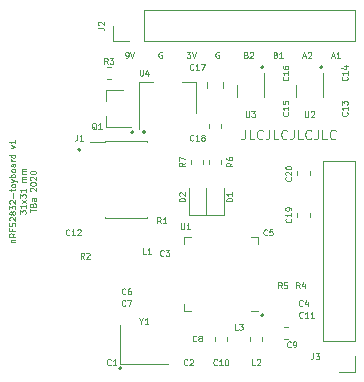
<source format=gbr>
G04 #@! TF.GenerationSoftware,KiCad,Pcbnew,(5.1.5)-3*
G04 #@! TF.CreationDate,2020-11-27T19:53:37+01:00*
G04 #@! TF.ProjectId,nRF52832-toyboard,6e524635-3238-4333-922d-746f79626f61,rev?*
G04 #@! TF.SameCoordinates,Original*
G04 #@! TF.FileFunction,Legend,Top*
G04 #@! TF.FilePolarity,Positive*
%FSLAX46Y46*%
G04 Gerber Fmt 4.6, Leading zero omitted, Abs format (unit mm)*
G04 Created by KiCad (PCBNEW (5.1.5)-3) date 2020-11-27 19:53:37*
%MOMM*%
%LPD*%
G04 APERTURE LIST*
%ADD10C,0.125000*%
%ADD11C,0.200000*%
%ADD12C,0.120000*%
G04 APERTURE END LIST*
D10*
X126267857Y-104309523D02*
X126601190Y-104309523D01*
X126315476Y-104309523D02*
X126291666Y-104285714D01*
X126267857Y-104238095D01*
X126267857Y-104166666D01*
X126291666Y-104119047D01*
X126339285Y-104095238D01*
X126601190Y-104095238D01*
X126601190Y-103571428D02*
X126363095Y-103738095D01*
X126601190Y-103857142D02*
X126101190Y-103857142D01*
X126101190Y-103666666D01*
X126125000Y-103619047D01*
X126148809Y-103595238D01*
X126196428Y-103571428D01*
X126267857Y-103571428D01*
X126315476Y-103595238D01*
X126339285Y-103619047D01*
X126363095Y-103666666D01*
X126363095Y-103857142D01*
X126339285Y-103190476D02*
X126339285Y-103357142D01*
X126601190Y-103357142D02*
X126101190Y-103357142D01*
X126101190Y-103119047D01*
X126101190Y-102690476D02*
X126101190Y-102928571D01*
X126339285Y-102952380D01*
X126315476Y-102928571D01*
X126291666Y-102880952D01*
X126291666Y-102761904D01*
X126315476Y-102714285D01*
X126339285Y-102690476D01*
X126386904Y-102666666D01*
X126505952Y-102666666D01*
X126553571Y-102690476D01*
X126577380Y-102714285D01*
X126601190Y-102761904D01*
X126601190Y-102880952D01*
X126577380Y-102928571D01*
X126553571Y-102952380D01*
X126148809Y-102476190D02*
X126125000Y-102452380D01*
X126101190Y-102404761D01*
X126101190Y-102285714D01*
X126125000Y-102238095D01*
X126148809Y-102214285D01*
X126196428Y-102190476D01*
X126244047Y-102190476D01*
X126315476Y-102214285D01*
X126601190Y-102500000D01*
X126601190Y-102190476D01*
X126315476Y-101904761D02*
X126291666Y-101952380D01*
X126267857Y-101976190D01*
X126220238Y-102000000D01*
X126196428Y-102000000D01*
X126148809Y-101976190D01*
X126125000Y-101952380D01*
X126101190Y-101904761D01*
X126101190Y-101809523D01*
X126125000Y-101761904D01*
X126148809Y-101738095D01*
X126196428Y-101714285D01*
X126220238Y-101714285D01*
X126267857Y-101738095D01*
X126291666Y-101761904D01*
X126315476Y-101809523D01*
X126315476Y-101904761D01*
X126339285Y-101952380D01*
X126363095Y-101976190D01*
X126410714Y-102000000D01*
X126505952Y-102000000D01*
X126553571Y-101976190D01*
X126577380Y-101952380D01*
X126601190Y-101904761D01*
X126601190Y-101809523D01*
X126577380Y-101761904D01*
X126553571Y-101738095D01*
X126505952Y-101714285D01*
X126410714Y-101714285D01*
X126363095Y-101738095D01*
X126339285Y-101761904D01*
X126315476Y-101809523D01*
X126101190Y-101547619D02*
X126101190Y-101238095D01*
X126291666Y-101404761D01*
X126291666Y-101333333D01*
X126315476Y-101285714D01*
X126339285Y-101261904D01*
X126386904Y-101238095D01*
X126505952Y-101238095D01*
X126553571Y-101261904D01*
X126577380Y-101285714D01*
X126601190Y-101333333D01*
X126601190Y-101476190D01*
X126577380Y-101523809D01*
X126553571Y-101547619D01*
X126148809Y-101047619D02*
X126125000Y-101023809D01*
X126101190Y-100976190D01*
X126101190Y-100857142D01*
X126125000Y-100809523D01*
X126148809Y-100785714D01*
X126196428Y-100761904D01*
X126244047Y-100761904D01*
X126315476Y-100785714D01*
X126601190Y-101071428D01*
X126601190Y-100761904D01*
X126410714Y-100547619D02*
X126410714Y-100166666D01*
X126267857Y-100000000D02*
X126267857Y-99809523D01*
X126101190Y-99928571D02*
X126529761Y-99928571D01*
X126577380Y-99904761D01*
X126601190Y-99857142D01*
X126601190Y-99809523D01*
X126601190Y-99571428D02*
X126577380Y-99619047D01*
X126553571Y-99642857D01*
X126505952Y-99666666D01*
X126363095Y-99666666D01*
X126315476Y-99642857D01*
X126291666Y-99619047D01*
X126267857Y-99571428D01*
X126267857Y-99500000D01*
X126291666Y-99452380D01*
X126315476Y-99428571D01*
X126363095Y-99404761D01*
X126505952Y-99404761D01*
X126553571Y-99428571D01*
X126577380Y-99452380D01*
X126601190Y-99500000D01*
X126601190Y-99571428D01*
X126267857Y-99238095D02*
X126601190Y-99119047D01*
X126267857Y-99000000D02*
X126601190Y-99119047D01*
X126720238Y-99166666D01*
X126744047Y-99190476D01*
X126767857Y-99238095D01*
X126601190Y-98809523D02*
X126101190Y-98809523D01*
X126291666Y-98809523D02*
X126267857Y-98761904D01*
X126267857Y-98666666D01*
X126291666Y-98619047D01*
X126315476Y-98595238D01*
X126363095Y-98571428D01*
X126505952Y-98571428D01*
X126553571Y-98595238D01*
X126577380Y-98619047D01*
X126601190Y-98666666D01*
X126601190Y-98761904D01*
X126577380Y-98809523D01*
X126601190Y-98285714D02*
X126577380Y-98333333D01*
X126553571Y-98357142D01*
X126505952Y-98380952D01*
X126363095Y-98380952D01*
X126315476Y-98357142D01*
X126291666Y-98333333D01*
X126267857Y-98285714D01*
X126267857Y-98214285D01*
X126291666Y-98166666D01*
X126315476Y-98142857D01*
X126363095Y-98119047D01*
X126505952Y-98119047D01*
X126553571Y-98142857D01*
X126577380Y-98166666D01*
X126601190Y-98214285D01*
X126601190Y-98285714D01*
X126601190Y-97690476D02*
X126339285Y-97690476D01*
X126291666Y-97714285D01*
X126267857Y-97761904D01*
X126267857Y-97857142D01*
X126291666Y-97904761D01*
X126577380Y-97690476D02*
X126601190Y-97738095D01*
X126601190Y-97857142D01*
X126577380Y-97904761D01*
X126529761Y-97928571D01*
X126482142Y-97928571D01*
X126434523Y-97904761D01*
X126410714Y-97857142D01*
X126410714Y-97738095D01*
X126386904Y-97690476D01*
X126601190Y-97452380D02*
X126267857Y-97452380D01*
X126363095Y-97452380D02*
X126315476Y-97428571D01*
X126291666Y-97404761D01*
X126267857Y-97357142D01*
X126267857Y-97309523D01*
X126601190Y-96928571D02*
X126101190Y-96928571D01*
X126577380Y-96928571D02*
X126601190Y-96976190D01*
X126601190Y-97071428D01*
X126577380Y-97119047D01*
X126553571Y-97142857D01*
X126505952Y-97166666D01*
X126363095Y-97166666D01*
X126315476Y-97142857D01*
X126291666Y-97119047D01*
X126267857Y-97071428D01*
X126267857Y-96976190D01*
X126291666Y-96928571D01*
X126267857Y-96357142D02*
X126601190Y-96238095D01*
X126267857Y-96119047D01*
X126601190Y-95666666D02*
X126601190Y-95952380D01*
X126601190Y-95809523D02*
X126101190Y-95809523D01*
X126172619Y-95857142D01*
X126220238Y-95904761D01*
X126244047Y-95952380D01*
X126976190Y-101940476D02*
X126976190Y-101630952D01*
X127166666Y-101797619D01*
X127166666Y-101726190D01*
X127190476Y-101678571D01*
X127214285Y-101654761D01*
X127261904Y-101630952D01*
X127380952Y-101630952D01*
X127428571Y-101654761D01*
X127452380Y-101678571D01*
X127476190Y-101726190D01*
X127476190Y-101869047D01*
X127452380Y-101916666D01*
X127428571Y-101940476D01*
X127476190Y-101154761D02*
X127476190Y-101440476D01*
X127476190Y-101297619D02*
X126976190Y-101297619D01*
X127047619Y-101345238D01*
X127095238Y-101392857D01*
X127119047Y-101440476D01*
X127476190Y-100988095D02*
X127142857Y-100726190D01*
X127142857Y-100988095D02*
X127476190Y-100726190D01*
X126976190Y-100583333D02*
X126976190Y-100273809D01*
X127166666Y-100440476D01*
X127166666Y-100369047D01*
X127190476Y-100321428D01*
X127214285Y-100297619D01*
X127261904Y-100273809D01*
X127380952Y-100273809D01*
X127428571Y-100297619D01*
X127452380Y-100321428D01*
X127476190Y-100369047D01*
X127476190Y-100511904D01*
X127452380Y-100559523D01*
X127428571Y-100583333D01*
X127476190Y-99797619D02*
X127476190Y-100083333D01*
X127476190Y-99940476D02*
X126976190Y-99940476D01*
X127047619Y-99988095D01*
X127095238Y-100035714D01*
X127119047Y-100083333D01*
X127476190Y-99202380D02*
X127142857Y-99202380D01*
X127190476Y-99202380D02*
X127166666Y-99178571D01*
X127142857Y-99130952D01*
X127142857Y-99059523D01*
X127166666Y-99011904D01*
X127214285Y-98988095D01*
X127476190Y-98988095D01*
X127214285Y-98988095D02*
X127166666Y-98964285D01*
X127142857Y-98916666D01*
X127142857Y-98845238D01*
X127166666Y-98797619D01*
X127214285Y-98773809D01*
X127476190Y-98773809D01*
X127476190Y-98535714D02*
X127142857Y-98535714D01*
X127190476Y-98535714D02*
X127166666Y-98511904D01*
X127142857Y-98464285D01*
X127142857Y-98392857D01*
X127166666Y-98345238D01*
X127214285Y-98321428D01*
X127476190Y-98321428D01*
X127214285Y-98321428D02*
X127166666Y-98297619D01*
X127142857Y-98250000D01*
X127142857Y-98178571D01*
X127166666Y-98130952D01*
X127214285Y-98107142D01*
X127476190Y-98107142D01*
X127851190Y-101761904D02*
X127851190Y-101476190D01*
X128351190Y-101619047D02*
X127851190Y-101619047D01*
X128089285Y-101142857D02*
X128113095Y-101071428D01*
X128136904Y-101047619D01*
X128184523Y-101023809D01*
X128255952Y-101023809D01*
X128303571Y-101047619D01*
X128327380Y-101071428D01*
X128351190Y-101119047D01*
X128351190Y-101309523D01*
X127851190Y-101309523D01*
X127851190Y-101142857D01*
X127875000Y-101095238D01*
X127898809Y-101071428D01*
X127946428Y-101047619D01*
X127994047Y-101047619D01*
X128041666Y-101071428D01*
X128065476Y-101095238D01*
X128089285Y-101142857D01*
X128089285Y-101309523D01*
X128351190Y-100595238D02*
X128089285Y-100595238D01*
X128041666Y-100619047D01*
X128017857Y-100666666D01*
X128017857Y-100761904D01*
X128041666Y-100809523D01*
X128327380Y-100595238D02*
X128351190Y-100642857D01*
X128351190Y-100761904D01*
X128327380Y-100809523D01*
X128279761Y-100833333D01*
X128232142Y-100833333D01*
X128184523Y-100809523D01*
X128160714Y-100761904D01*
X128160714Y-100642857D01*
X128136904Y-100595238D01*
X127898809Y-100000000D02*
X127875000Y-99976190D01*
X127851190Y-99928571D01*
X127851190Y-99809523D01*
X127875000Y-99761904D01*
X127898809Y-99738095D01*
X127946428Y-99714285D01*
X127994047Y-99714285D01*
X128065476Y-99738095D01*
X128351190Y-100023809D01*
X128351190Y-99714285D01*
X127851190Y-99404761D02*
X127851190Y-99357142D01*
X127875000Y-99309523D01*
X127898809Y-99285714D01*
X127946428Y-99261904D01*
X128041666Y-99238095D01*
X128160714Y-99238095D01*
X128255952Y-99261904D01*
X128303571Y-99285714D01*
X128327380Y-99309523D01*
X128351190Y-99357142D01*
X128351190Y-99404761D01*
X128327380Y-99452380D01*
X128303571Y-99476190D01*
X128255952Y-99500000D01*
X128160714Y-99523809D01*
X128041666Y-99523809D01*
X127946428Y-99500000D01*
X127898809Y-99476190D01*
X127875000Y-99452380D01*
X127851190Y-99404761D01*
X127898809Y-99047619D02*
X127875000Y-99023809D01*
X127851190Y-98976190D01*
X127851190Y-98857142D01*
X127875000Y-98809523D01*
X127898809Y-98785714D01*
X127946428Y-98761904D01*
X127994047Y-98761904D01*
X128065476Y-98785714D01*
X128351190Y-99071428D01*
X128351190Y-98761904D01*
X127851190Y-98452380D02*
X127851190Y-98404761D01*
X127875000Y-98357142D01*
X127898809Y-98333333D01*
X127946428Y-98309523D01*
X128041666Y-98285714D01*
X128160714Y-98285714D01*
X128255952Y-98309523D01*
X128303571Y-98333333D01*
X128327380Y-98357142D01*
X128351190Y-98404761D01*
X128351190Y-98452380D01*
X128327380Y-98500000D01*
X128303571Y-98523809D01*
X128255952Y-98547619D01*
X128160714Y-98571428D01*
X128041666Y-98571428D01*
X127946428Y-98547619D01*
X127898809Y-98523809D01*
X127875000Y-98500000D01*
X127851190Y-98452380D01*
X146054761Y-94811904D02*
X146054761Y-95383333D01*
X146016666Y-95497619D01*
X145940476Y-95573809D01*
X145826190Y-95611904D01*
X145750000Y-95611904D01*
X146816666Y-95611904D02*
X146435714Y-95611904D01*
X146435714Y-94811904D01*
X147540476Y-95535714D02*
X147502380Y-95573809D01*
X147388095Y-95611904D01*
X147311904Y-95611904D01*
X147197619Y-95573809D01*
X147121428Y-95497619D01*
X147083333Y-95421428D01*
X147045238Y-95269047D01*
X147045238Y-95154761D01*
X147083333Y-95002380D01*
X147121428Y-94926190D01*
X147197619Y-94850000D01*
X147311904Y-94811904D01*
X147388095Y-94811904D01*
X147502380Y-94850000D01*
X147540476Y-94888095D01*
X148111904Y-94811904D02*
X148111904Y-95383333D01*
X148073809Y-95497619D01*
X147997619Y-95573809D01*
X147883333Y-95611904D01*
X147807142Y-95611904D01*
X148873809Y-95611904D02*
X148492857Y-95611904D01*
X148492857Y-94811904D01*
X149597619Y-95535714D02*
X149559523Y-95573809D01*
X149445238Y-95611904D01*
X149369047Y-95611904D01*
X149254761Y-95573809D01*
X149178571Y-95497619D01*
X149140476Y-95421428D01*
X149102380Y-95269047D01*
X149102380Y-95154761D01*
X149140476Y-95002380D01*
X149178571Y-94926190D01*
X149254761Y-94850000D01*
X149369047Y-94811904D01*
X149445238Y-94811904D01*
X149559523Y-94850000D01*
X149597619Y-94888095D01*
X150169047Y-94811904D02*
X150169047Y-95383333D01*
X150130952Y-95497619D01*
X150054761Y-95573809D01*
X149940476Y-95611904D01*
X149864285Y-95611904D01*
X150930952Y-95611904D02*
X150550000Y-95611904D01*
X150550000Y-94811904D01*
X151654761Y-95535714D02*
X151616666Y-95573809D01*
X151502380Y-95611904D01*
X151426190Y-95611904D01*
X151311904Y-95573809D01*
X151235714Y-95497619D01*
X151197619Y-95421428D01*
X151159523Y-95269047D01*
X151159523Y-95154761D01*
X151197619Y-95002380D01*
X151235714Y-94926190D01*
X151311904Y-94850000D01*
X151426190Y-94811904D01*
X151502380Y-94811904D01*
X151616666Y-94850000D01*
X151654761Y-94888095D01*
X152226190Y-94811904D02*
X152226190Y-95383333D01*
X152188095Y-95497619D01*
X152111904Y-95573809D01*
X151997619Y-95611904D01*
X151921428Y-95611904D01*
X152988095Y-95611904D02*
X152607142Y-95611904D01*
X152607142Y-94811904D01*
X153711904Y-95535714D02*
X153673809Y-95573809D01*
X153559523Y-95611904D01*
X153483333Y-95611904D01*
X153369047Y-95573809D01*
X153292857Y-95497619D01*
X153254761Y-95421428D01*
X153216666Y-95269047D01*
X153216666Y-95154761D01*
X153254761Y-95002380D01*
X153292857Y-94926190D01*
X153369047Y-94850000D01*
X153483333Y-94811904D01*
X153559523Y-94811904D01*
X153673809Y-94850000D01*
X153711904Y-94888095D01*
D11*
X136600000Y-95000000D02*
G75*
G03X136600000Y-95000000I-100000J0D01*
G01*
X132100000Y-96500000D02*
G75*
G03X132100000Y-96500000I-100000J0D01*
G01*
X137600000Y-95000000D02*
G75*
G03X137600000Y-95000000I-100000J0D01*
G01*
X152600000Y-89500000D02*
G75*
G03X152600000Y-89500000I-100000J0D01*
G01*
X147600000Y-89500000D02*
G75*
G03X147600000Y-89500000I-100000J0D01*
G01*
X135600000Y-115000000D02*
G75*
G03X135600000Y-115000000I-100000J0D01*
G01*
X147600000Y-110500000D02*
G75*
G03X147600000Y-110500000I-100000J0D01*
G01*
D10*
X135952380Y-88726190D02*
X136047619Y-88726190D01*
X136095238Y-88702380D01*
X136119047Y-88678571D01*
X136166666Y-88607142D01*
X136190476Y-88511904D01*
X136190476Y-88321428D01*
X136166666Y-88273809D01*
X136142857Y-88250000D01*
X136095238Y-88226190D01*
X136000000Y-88226190D01*
X135952380Y-88250000D01*
X135928571Y-88273809D01*
X135904761Y-88321428D01*
X135904761Y-88440476D01*
X135928571Y-88488095D01*
X135952380Y-88511904D01*
X136000000Y-88535714D01*
X136095238Y-88535714D01*
X136142857Y-88511904D01*
X136166666Y-88488095D01*
X136190476Y-88440476D01*
X136333333Y-88226190D02*
X136500000Y-88726190D01*
X136666666Y-88226190D01*
X139000000Y-88250000D02*
X138952380Y-88226190D01*
X138880952Y-88226190D01*
X138809523Y-88250000D01*
X138761904Y-88297619D01*
X138738095Y-88345238D01*
X138714285Y-88440476D01*
X138714285Y-88511904D01*
X138738095Y-88607142D01*
X138761904Y-88654761D01*
X138809523Y-88702380D01*
X138880952Y-88726190D01*
X138928571Y-88726190D01*
X139000000Y-88702380D01*
X139023809Y-88678571D01*
X139023809Y-88511904D01*
X138928571Y-88511904D01*
X141095238Y-88226190D02*
X141404761Y-88226190D01*
X141238095Y-88416666D01*
X141309523Y-88416666D01*
X141357142Y-88440476D01*
X141380952Y-88464285D01*
X141404761Y-88511904D01*
X141404761Y-88630952D01*
X141380952Y-88678571D01*
X141357142Y-88702380D01*
X141309523Y-88726190D01*
X141166666Y-88726190D01*
X141119047Y-88702380D01*
X141095238Y-88678571D01*
X141547619Y-88226190D02*
X141714285Y-88726190D01*
X141880952Y-88226190D01*
X143833333Y-88250000D02*
X143785714Y-88226190D01*
X143714285Y-88226190D01*
X143642857Y-88250000D01*
X143595238Y-88297619D01*
X143571428Y-88345238D01*
X143547619Y-88440476D01*
X143547619Y-88511904D01*
X143571428Y-88607142D01*
X143595238Y-88654761D01*
X143642857Y-88702380D01*
X143714285Y-88726190D01*
X143761904Y-88726190D01*
X143833333Y-88702380D01*
X143857142Y-88678571D01*
X143857142Y-88511904D01*
X143761904Y-88511904D01*
X146142857Y-88464285D02*
X146214285Y-88488095D01*
X146238095Y-88511904D01*
X146261904Y-88559523D01*
X146261904Y-88630952D01*
X146238095Y-88678571D01*
X146214285Y-88702380D01*
X146166666Y-88726190D01*
X145976190Y-88726190D01*
X145976190Y-88226190D01*
X146142857Y-88226190D01*
X146190476Y-88250000D01*
X146214285Y-88273809D01*
X146238095Y-88321428D01*
X146238095Y-88369047D01*
X146214285Y-88416666D01*
X146190476Y-88440476D01*
X146142857Y-88464285D01*
X145976190Y-88464285D01*
X146452380Y-88273809D02*
X146476190Y-88250000D01*
X146523809Y-88226190D01*
X146642857Y-88226190D01*
X146690476Y-88250000D01*
X146714285Y-88273809D01*
X146738095Y-88321428D01*
X146738095Y-88369047D01*
X146714285Y-88440476D01*
X146428571Y-88726190D01*
X146738095Y-88726190D01*
X148642857Y-88464285D02*
X148714285Y-88488095D01*
X148738095Y-88511904D01*
X148761904Y-88559523D01*
X148761904Y-88630952D01*
X148738095Y-88678571D01*
X148714285Y-88702380D01*
X148666666Y-88726190D01*
X148476190Y-88726190D01*
X148476190Y-88226190D01*
X148642857Y-88226190D01*
X148690476Y-88250000D01*
X148714285Y-88273809D01*
X148738095Y-88321428D01*
X148738095Y-88369047D01*
X148714285Y-88416666D01*
X148690476Y-88440476D01*
X148642857Y-88464285D01*
X148476190Y-88464285D01*
X149238095Y-88726190D02*
X148952380Y-88726190D01*
X149095238Y-88726190D02*
X149095238Y-88226190D01*
X149047619Y-88297619D01*
X149000000Y-88345238D01*
X148952380Y-88369047D01*
X150952380Y-88583333D02*
X151190476Y-88583333D01*
X150904761Y-88726190D02*
X151071428Y-88226190D01*
X151238095Y-88726190D01*
X151380952Y-88273809D02*
X151404761Y-88250000D01*
X151452380Y-88226190D01*
X151571428Y-88226190D01*
X151619047Y-88250000D01*
X151642857Y-88273809D01*
X151666666Y-88321428D01*
X151666666Y-88369047D01*
X151642857Y-88440476D01*
X151357142Y-88726190D01*
X151666666Y-88726190D01*
X153380952Y-88583333D02*
X153619047Y-88583333D01*
X153333333Y-88726190D02*
X153500000Y-88226190D01*
X153666666Y-88726190D01*
X154095238Y-88726190D02*
X153809523Y-88726190D01*
X153952380Y-88726190D02*
X153952380Y-88226190D01*
X153904761Y-88297619D01*
X153857142Y-88345238D01*
X153809523Y-88369047D01*
D12*
X142990000Y-97337221D02*
X142990000Y-97662779D01*
X144010000Y-97337221D02*
X144010000Y-97662779D01*
X141490000Y-97337221D02*
X141490000Y-97662779D01*
X142510000Y-97337221D02*
X142510000Y-97662779D01*
X142735000Y-101985000D02*
X142735000Y-99700000D01*
X141265000Y-101985000D02*
X142735000Y-101985000D01*
X141265000Y-99700000D02*
X141265000Y-101985000D01*
X144235000Y-101985000D02*
X144235000Y-99700000D01*
X142765000Y-101985000D02*
X144235000Y-101985000D01*
X142765000Y-99700000D02*
X142765000Y-101985000D01*
X151510000Y-98662779D02*
X151510000Y-98337221D01*
X150490000Y-98662779D02*
X150490000Y-98337221D01*
X151510000Y-102162779D02*
X151510000Y-101837221D01*
X150490000Y-102162779D02*
X150490000Y-101837221D01*
X155330000Y-115330000D02*
X154000000Y-115330000D01*
X155330000Y-114000000D02*
X155330000Y-115330000D01*
X155330000Y-112730000D02*
X152670000Y-112730000D01*
X152670000Y-112730000D02*
X152670000Y-97430000D01*
X155330000Y-112730000D02*
X155330000Y-97430000D01*
X155330000Y-97430000D02*
X152670000Y-97430000D01*
X134662779Y-89490000D02*
X134337221Y-89490000D01*
X134662779Y-90510000D02*
X134337221Y-90510000D01*
X134240000Y-91420000D02*
X135700000Y-91420000D01*
X134240000Y-94580000D02*
X136400000Y-94580000D01*
X134240000Y-94580000D02*
X134240000Y-93650000D01*
X134240000Y-91420000D02*
X134240000Y-92350000D01*
X134890000Y-87330000D02*
X134890000Y-86000000D01*
X136220000Y-87330000D02*
X134890000Y-87330000D01*
X137490000Y-87330000D02*
X137490000Y-84670000D01*
X137490000Y-84670000D02*
X155330000Y-84670000D01*
X137490000Y-87330000D02*
X155330000Y-87330000D01*
X155330000Y-87330000D02*
X155330000Y-84670000D01*
X144010000Y-94662779D02*
X144010000Y-94337221D01*
X142990000Y-94662779D02*
X142990000Y-94337221D01*
X142790000Y-90741422D02*
X142790000Y-91258578D01*
X144210000Y-90741422D02*
X144210000Y-91258578D01*
X137100000Y-90720000D02*
X138300000Y-90720000D01*
X137100000Y-94720000D02*
X137100000Y-90720000D01*
X141900000Y-90720000D02*
X141900000Y-93420000D01*
X140700000Y-90720000D02*
X141900000Y-90720000D01*
X147620000Y-90000000D02*
X147620000Y-92000000D01*
X145380000Y-92000000D02*
X145380000Y-91000000D01*
X152620000Y-90000000D02*
X152620000Y-92000000D01*
X150380000Y-92000000D02*
X150380000Y-91000000D01*
X135500000Y-114650000D02*
X139500000Y-114650000D01*
X135500000Y-111350000D02*
X135500000Y-114650000D01*
X149337221Y-111490000D02*
X149662779Y-111490000D01*
X149337221Y-112510000D02*
X149662779Y-112510000D01*
X143490000Y-112662779D02*
X143490000Y-112337221D01*
X144510000Y-112662779D02*
X144510000Y-112337221D01*
X134235000Y-95765000D02*
X137765000Y-95765000D01*
X134235000Y-102235000D02*
X137765000Y-102235000D01*
X132910000Y-95830000D02*
X134235000Y-95830000D01*
X134235000Y-95765000D02*
X134235000Y-95830000D01*
X137765000Y-95765000D02*
X137765000Y-95830000D01*
X134235000Y-102170000D02*
X134235000Y-102235000D01*
X137765000Y-102170000D02*
X137765000Y-102235000D01*
X146490000Y-112337221D02*
X146490000Y-112662779D01*
X147510000Y-112337221D02*
X147510000Y-112662779D01*
X141440000Y-110110000D02*
X140890000Y-110110000D01*
X140890000Y-110110000D02*
X140890000Y-109560000D01*
X146560000Y-103890000D02*
X147110000Y-103890000D01*
X147110000Y-103890000D02*
X147110000Y-104440000D01*
X141440000Y-103890000D02*
X140890000Y-103890000D01*
X140890000Y-103890000D02*
X140890000Y-104440000D01*
X146560000Y-110110000D02*
X147110000Y-110110000D01*
D10*
X144976190Y-97583333D02*
X144738095Y-97750000D01*
X144976190Y-97869047D02*
X144476190Y-97869047D01*
X144476190Y-97678571D01*
X144500000Y-97630952D01*
X144523809Y-97607142D01*
X144571428Y-97583333D01*
X144642857Y-97583333D01*
X144690476Y-97607142D01*
X144714285Y-97630952D01*
X144738095Y-97678571D01*
X144738095Y-97869047D01*
X144476190Y-97154761D02*
X144476190Y-97250000D01*
X144500000Y-97297619D01*
X144523809Y-97321428D01*
X144595238Y-97369047D01*
X144690476Y-97392857D01*
X144880952Y-97392857D01*
X144928571Y-97369047D01*
X144952380Y-97345238D01*
X144976190Y-97297619D01*
X144976190Y-97202380D01*
X144952380Y-97154761D01*
X144928571Y-97130952D01*
X144880952Y-97107142D01*
X144761904Y-97107142D01*
X144714285Y-97130952D01*
X144690476Y-97154761D01*
X144666666Y-97202380D01*
X144666666Y-97297619D01*
X144690476Y-97345238D01*
X144714285Y-97369047D01*
X144761904Y-97392857D01*
X141166666Y-114678571D02*
X141142857Y-114702380D01*
X141071428Y-114726190D01*
X141023809Y-114726190D01*
X140952380Y-114702380D01*
X140904761Y-114654761D01*
X140880952Y-114607142D01*
X140857142Y-114511904D01*
X140857142Y-114440476D01*
X140880952Y-114345238D01*
X140904761Y-114297619D01*
X140952380Y-114250000D01*
X141023809Y-114226190D01*
X141071428Y-114226190D01*
X141142857Y-114250000D01*
X141166666Y-114273809D01*
X141357142Y-114273809D02*
X141380952Y-114250000D01*
X141428571Y-114226190D01*
X141547619Y-114226190D01*
X141595238Y-114250000D01*
X141619047Y-114273809D01*
X141642857Y-114321428D01*
X141642857Y-114369047D01*
X141619047Y-114440476D01*
X141333333Y-114726190D01*
X141642857Y-114726190D01*
X140976190Y-97583333D02*
X140738095Y-97750000D01*
X140976190Y-97869047D02*
X140476190Y-97869047D01*
X140476190Y-97678571D01*
X140500000Y-97630952D01*
X140523809Y-97607142D01*
X140571428Y-97583333D01*
X140642857Y-97583333D01*
X140690476Y-97607142D01*
X140714285Y-97630952D01*
X140738095Y-97678571D01*
X140738095Y-97869047D01*
X140476190Y-97416666D02*
X140476190Y-97083333D01*
X140976190Y-97297619D01*
X140976190Y-100869047D02*
X140476190Y-100869047D01*
X140476190Y-100750000D01*
X140500000Y-100678571D01*
X140547619Y-100630952D01*
X140595238Y-100607142D01*
X140690476Y-100583333D01*
X140761904Y-100583333D01*
X140857142Y-100607142D01*
X140904761Y-100630952D01*
X140952380Y-100678571D01*
X140976190Y-100750000D01*
X140976190Y-100869047D01*
X140523809Y-100392857D02*
X140500000Y-100369047D01*
X140476190Y-100321428D01*
X140476190Y-100202380D01*
X140500000Y-100154761D01*
X140523809Y-100130952D01*
X140571428Y-100107142D01*
X140619047Y-100107142D01*
X140690476Y-100130952D01*
X140976190Y-100416666D01*
X140976190Y-100107142D01*
X144976190Y-100869047D02*
X144476190Y-100869047D01*
X144476190Y-100750000D01*
X144500000Y-100678571D01*
X144547619Y-100630952D01*
X144595238Y-100607142D01*
X144690476Y-100583333D01*
X144761904Y-100583333D01*
X144857142Y-100607142D01*
X144904761Y-100630952D01*
X144952380Y-100678571D01*
X144976190Y-100750000D01*
X144976190Y-100869047D01*
X144976190Y-100107142D02*
X144976190Y-100392857D01*
X144976190Y-100250000D02*
X144476190Y-100250000D01*
X144547619Y-100297619D01*
X144595238Y-100345238D01*
X144619047Y-100392857D01*
X149928571Y-98821428D02*
X149952380Y-98845238D01*
X149976190Y-98916666D01*
X149976190Y-98964285D01*
X149952380Y-99035714D01*
X149904761Y-99083333D01*
X149857142Y-99107142D01*
X149761904Y-99130952D01*
X149690476Y-99130952D01*
X149595238Y-99107142D01*
X149547619Y-99083333D01*
X149500000Y-99035714D01*
X149476190Y-98964285D01*
X149476190Y-98916666D01*
X149500000Y-98845238D01*
X149523809Y-98821428D01*
X149523809Y-98630952D02*
X149500000Y-98607142D01*
X149476190Y-98559523D01*
X149476190Y-98440476D01*
X149500000Y-98392857D01*
X149523809Y-98369047D01*
X149571428Y-98345238D01*
X149619047Y-98345238D01*
X149690476Y-98369047D01*
X149976190Y-98654761D01*
X149976190Y-98345238D01*
X149476190Y-98035714D02*
X149476190Y-97988095D01*
X149500000Y-97940476D01*
X149523809Y-97916666D01*
X149571428Y-97892857D01*
X149666666Y-97869047D01*
X149785714Y-97869047D01*
X149880952Y-97892857D01*
X149928571Y-97916666D01*
X149952380Y-97940476D01*
X149976190Y-97988095D01*
X149976190Y-98035714D01*
X149952380Y-98083333D01*
X149928571Y-98107142D01*
X149880952Y-98130952D01*
X149785714Y-98154761D01*
X149666666Y-98154761D01*
X149571428Y-98130952D01*
X149523809Y-98107142D01*
X149500000Y-98083333D01*
X149476190Y-98035714D01*
X149928571Y-102321428D02*
X149952380Y-102345238D01*
X149976190Y-102416666D01*
X149976190Y-102464285D01*
X149952380Y-102535714D01*
X149904761Y-102583333D01*
X149857142Y-102607142D01*
X149761904Y-102630952D01*
X149690476Y-102630952D01*
X149595238Y-102607142D01*
X149547619Y-102583333D01*
X149500000Y-102535714D01*
X149476190Y-102464285D01*
X149476190Y-102416666D01*
X149500000Y-102345238D01*
X149523809Y-102321428D01*
X149976190Y-101845238D02*
X149976190Y-102130952D01*
X149976190Y-101988095D02*
X149476190Y-101988095D01*
X149547619Y-102035714D01*
X149595238Y-102083333D01*
X149619047Y-102130952D01*
X149976190Y-101607142D02*
X149976190Y-101511904D01*
X149952380Y-101464285D01*
X149928571Y-101440476D01*
X149857142Y-101392857D01*
X149761904Y-101369047D01*
X149571428Y-101369047D01*
X149523809Y-101392857D01*
X149500000Y-101416666D01*
X149476190Y-101464285D01*
X149476190Y-101559523D01*
X149500000Y-101607142D01*
X149523809Y-101630952D01*
X149571428Y-101654761D01*
X149690476Y-101654761D01*
X149738095Y-101630952D01*
X149761904Y-101607142D01*
X149785714Y-101559523D01*
X149785714Y-101464285D01*
X149761904Y-101416666D01*
X149738095Y-101392857D01*
X149690476Y-101369047D01*
X149166666Y-108226190D02*
X149000000Y-107988095D01*
X148880952Y-108226190D02*
X148880952Y-107726190D01*
X149071428Y-107726190D01*
X149119047Y-107750000D01*
X149142857Y-107773809D01*
X149166666Y-107821428D01*
X149166666Y-107892857D01*
X149142857Y-107940476D01*
X149119047Y-107964285D01*
X149071428Y-107988095D01*
X148880952Y-107988095D01*
X149619047Y-107726190D02*
X149380952Y-107726190D01*
X149357142Y-107964285D01*
X149380952Y-107940476D01*
X149428571Y-107916666D01*
X149547619Y-107916666D01*
X149595238Y-107940476D01*
X149619047Y-107964285D01*
X149642857Y-108011904D01*
X149642857Y-108130952D01*
X149619047Y-108178571D01*
X149595238Y-108202380D01*
X149547619Y-108226190D01*
X149428571Y-108226190D01*
X149380952Y-108202380D01*
X149357142Y-108178571D01*
X150666666Y-108226190D02*
X150500000Y-107988095D01*
X150380952Y-108226190D02*
X150380952Y-107726190D01*
X150571428Y-107726190D01*
X150619047Y-107750000D01*
X150642857Y-107773809D01*
X150666666Y-107821428D01*
X150666666Y-107892857D01*
X150642857Y-107940476D01*
X150619047Y-107964285D01*
X150571428Y-107988095D01*
X150380952Y-107988095D01*
X151095238Y-107892857D02*
X151095238Y-108226190D01*
X150976190Y-107702380D02*
X150857142Y-108059523D01*
X151166666Y-108059523D01*
X151833333Y-113726190D02*
X151833333Y-114083333D01*
X151809523Y-114154761D01*
X151761904Y-114202380D01*
X151690476Y-114226190D01*
X151642857Y-114226190D01*
X152023809Y-113726190D02*
X152333333Y-113726190D01*
X152166666Y-113916666D01*
X152238095Y-113916666D01*
X152285714Y-113940476D01*
X152309523Y-113964285D01*
X152333333Y-114011904D01*
X152333333Y-114130952D01*
X152309523Y-114178571D01*
X152285714Y-114202380D01*
X152238095Y-114226190D01*
X152095238Y-114226190D01*
X152047619Y-114202380D01*
X152023809Y-114178571D01*
X134416666Y-89226190D02*
X134250000Y-88988095D01*
X134130952Y-89226190D02*
X134130952Y-88726190D01*
X134321428Y-88726190D01*
X134369047Y-88750000D01*
X134392857Y-88773809D01*
X134416666Y-88821428D01*
X134416666Y-88892857D01*
X134392857Y-88940476D01*
X134369047Y-88964285D01*
X134321428Y-88988095D01*
X134130952Y-88988095D01*
X134583333Y-88726190D02*
X134892857Y-88726190D01*
X134726190Y-88916666D01*
X134797619Y-88916666D01*
X134845238Y-88940476D01*
X134869047Y-88964285D01*
X134892857Y-89011904D01*
X134892857Y-89130952D01*
X134869047Y-89178571D01*
X134845238Y-89202380D01*
X134797619Y-89226190D01*
X134654761Y-89226190D01*
X134607142Y-89202380D01*
X134583333Y-89178571D01*
X133452380Y-94773809D02*
X133404761Y-94750000D01*
X133357142Y-94702380D01*
X133285714Y-94630952D01*
X133238095Y-94607142D01*
X133190476Y-94607142D01*
X133214285Y-94726190D02*
X133166666Y-94702380D01*
X133119047Y-94654761D01*
X133095238Y-94559523D01*
X133095238Y-94392857D01*
X133119047Y-94297619D01*
X133166666Y-94250000D01*
X133214285Y-94226190D01*
X133309523Y-94226190D01*
X133357142Y-94250000D01*
X133404761Y-94297619D01*
X133428571Y-94392857D01*
X133428571Y-94559523D01*
X133404761Y-94654761D01*
X133357142Y-94702380D01*
X133309523Y-94726190D01*
X133214285Y-94726190D01*
X133904761Y-94726190D02*
X133619047Y-94726190D01*
X133761904Y-94726190D02*
X133761904Y-94226190D01*
X133714285Y-94297619D01*
X133666666Y-94345238D01*
X133619047Y-94369047D01*
X133616190Y-86166666D02*
X133973333Y-86166666D01*
X134044761Y-86190476D01*
X134092380Y-86238095D01*
X134116190Y-86309523D01*
X134116190Y-86357142D01*
X133663809Y-85952380D02*
X133640000Y-85928571D01*
X133616190Y-85880952D01*
X133616190Y-85761904D01*
X133640000Y-85714285D01*
X133663809Y-85690476D01*
X133711428Y-85666666D01*
X133759047Y-85666666D01*
X133830476Y-85690476D01*
X134116190Y-85976190D01*
X134116190Y-85666666D01*
X141678571Y-95678571D02*
X141654761Y-95702380D01*
X141583333Y-95726190D01*
X141535714Y-95726190D01*
X141464285Y-95702380D01*
X141416666Y-95654761D01*
X141392857Y-95607142D01*
X141369047Y-95511904D01*
X141369047Y-95440476D01*
X141392857Y-95345238D01*
X141416666Y-95297619D01*
X141464285Y-95250000D01*
X141535714Y-95226190D01*
X141583333Y-95226190D01*
X141654761Y-95250000D01*
X141678571Y-95273809D01*
X142154761Y-95726190D02*
X141869047Y-95726190D01*
X142011904Y-95726190D02*
X142011904Y-95226190D01*
X141964285Y-95297619D01*
X141916666Y-95345238D01*
X141869047Y-95369047D01*
X142440476Y-95440476D02*
X142392857Y-95416666D01*
X142369047Y-95392857D01*
X142345238Y-95345238D01*
X142345238Y-95321428D01*
X142369047Y-95273809D01*
X142392857Y-95250000D01*
X142440476Y-95226190D01*
X142535714Y-95226190D01*
X142583333Y-95250000D01*
X142607142Y-95273809D01*
X142630952Y-95321428D01*
X142630952Y-95345238D01*
X142607142Y-95392857D01*
X142583333Y-95416666D01*
X142535714Y-95440476D01*
X142440476Y-95440476D01*
X142392857Y-95464285D01*
X142369047Y-95488095D01*
X142345238Y-95535714D01*
X142345238Y-95630952D01*
X142369047Y-95678571D01*
X142392857Y-95702380D01*
X142440476Y-95726190D01*
X142535714Y-95726190D01*
X142583333Y-95702380D01*
X142607142Y-95678571D01*
X142630952Y-95630952D01*
X142630952Y-95535714D01*
X142607142Y-95488095D01*
X142583333Y-95464285D01*
X142535714Y-95440476D01*
X141678571Y-89678571D02*
X141654761Y-89702380D01*
X141583333Y-89726190D01*
X141535714Y-89726190D01*
X141464285Y-89702380D01*
X141416666Y-89654761D01*
X141392857Y-89607142D01*
X141369047Y-89511904D01*
X141369047Y-89440476D01*
X141392857Y-89345238D01*
X141416666Y-89297619D01*
X141464285Y-89250000D01*
X141535714Y-89226190D01*
X141583333Y-89226190D01*
X141654761Y-89250000D01*
X141678571Y-89273809D01*
X142154761Y-89726190D02*
X141869047Y-89726190D01*
X142011904Y-89726190D02*
X142011904Y-89226190D01*
X141964285Y-89297619D01*
X141916666Y-89345238D01*
X141869047Y-89369047D01*
X142321428Y-89226190D02*
X142654761Y-89226190D01*
X142440476Y-89726190D01*
X137119047Y-89726190D02*
X137119047Y-90130952D01*
X137142857Y-90178571D01*
X137166666Y-90202380D01*
X137214285Y-90226190D01*
X137309523Y-90226190D01*
X137357142Y-90202380D01*
X137380952Y-90178571D01*
X137404761Y-90130952D01*
X137404761Y-89726190D01*
X137857142Y-89892857D02*
X137857142Y-90226190D01*
X137738095Y-89702380D02*
X137619047Y-90059523D01*
X137928571Y-90059523D01*
X146119047Y-93226190D02*
X146119047Y-93630952D01*
X146142857Y-93678571D01*
X146166666Y-93702380D01*
X146214285Y-93726190D01*
X146309523Y-93726190D01*
X146357142Y-93702380D01*
X146380952Y-93678571D01*
X146404761Y-93630952D01*
X146404761Y-93226190D01*
X146595238Y-93226190D02*
X146904761Y-93226190D01*
X146738095Y-93416666D01*
X146809523Y-93416666D01*
X146857142Y-93440476D01*
X146880952Y-93464285D01*
X146904761Y-93511904D01*
X146904761Y-93630952D01*
X146880952Y-93678571D01*
X146857142Y-93702380D01*
X146809523Y-93726190D01*
X146666666Y-93726190D01*
X146619047Y-93702380D01*
X146595238Y-93678571D01*
X149678571Y-90321428D02*
X149702380Y-90345238D01*
X149726190Y-90416666D01*
X149726190Y-90464285D01*
X149702380Y-90535714D01*
X149654761Y-90583333D01*
X149607142Y-90607142D01*
X149511904Y-90630952D01*
X149440476Y-90630952D01*
X149345238Y-90607142D01*
X149297619Y-90583333D01*
X149250000Y-90535714D01*
X149226190Y-90464285D01*
X149226190Y-90416666D01*
X149250000Y-90345238D01*
X149273809Y-90321428D01*
X149726190Y-89845238D02*
X149726190Y-90130952D01*
X149726190Y-89988095D02*
X149226190Y-89988095D01*
X149297619Y-90035714D01*
X149345238Y-90083333D01*
X149369047Y-90130952D01*
X149226190Y-89416666D02*
X149226190Y-89511904D01*
X149250000Y-89559523D01*
X149273809Y-89583333D01*
X149345238Y-89630952D01*
X149440476Y-89654761D01*
X149630952Y-89654761D01*
X149678571Y-89630952D01*
X149702380Y-89607142D01*
X149726190Y-89559523D01*
X149726190Y-89464285D01*
X149702380Y-89416666D01*
X149678571Y-89392857D01*
X149630952Y-89369047D01*
X149511904Y-89369047D01*
X149464285Y-89392857D01*
X149440476Y-89416666D01*
X149416666Y-89464285D01*
X149416666Y-89559523D01*
X149440476Y-89607142D01*
X149464285Y-89630952D01*
X149511904Y-89654761D01*
X149678571Y-93321428D02*
X149702380Y-93345238D01*
X149726190Y-93416666D01*
X149726190Y-93464285D01*
X149702380Y-93535714D01*
X149654761Y-93583333D01*
X149607142Y-93607142D01*
X149511904Y-93630952D01*
X149440476Y-93630952D01*
X149345238Y-93607142D01*
X149297619Y-93583333D01*
X149250000Y-93535714D01*
X149226190Y-93464285D01*
X149226190Y-93416666D01*
X149250000Y-93345238D01*
X149273809Y-93321428D01*
X149726190Y-92845238D02*
X149726190Y-93130952D01*
X149726190Y-92988095D02*
X149226190Y-92988095D01*
X149297619Y-93035714D01*
X149345238Y-93083333D01*
X149369047Y-93130952D01*
X149226190Y-92392857D02*
X149226190Y-92630952D01*
X149464285Y-92654761D01*
X149440476Y-92630952D01*
X149416666Y-92583333D01*
X149416666Y-92464285D01*
X149440476Y-92416666D01*
X149464285Y-92392857D01*
X149511904Y-92369047D01*
X149630952Y-92369047D01*
X149678571Y-92392857D01*
X149702380Y-92416666D01*
X149726190Y-92464285D01*
X149726190Y-92583333D01*
X149702380Y-92630952D01*
X149678571Y-92654761D01*
X151119047Y-93226190D02*
X151119047Y-93630952D01*
X151142857Y-93678571D01*
X151166666Y-93702380D01*
X151214285Y-93726190D01*
X151309523Y-93726190D01*
X151357142Y-93702380D01*
X151380952Y-93678571D01*
X151404761Y-93630952D01*
X151404761Y-93226190D01*
X151619047Y-93273809D02*
X151642857Y-93250000D01*
X151690476Y-93226190D01*
X151809523Y-93226190D01*
X151857142Y-93250000D01*
X151880952Y-93273809D01*
X151904761Y-93321428D01*
X151904761Y-93369047D01*
X151880952Y-93440476D01*
X151595238Y-93726190D01*
X151904761Y-93726190D01*
X154678571Y-90321428D02*
X154702380Y-90345238D01*
X154726190Y-90416666D01*
X154726190Y-90464285D01*
X154702380Y-90535714D01*
X154654761Y-90583333D01*
X154607142Y-90607142D01*
X154511904Y-90630952D01*
X154440476Y-90630952D01*
X154345238Y-90607142D01*
X154297619Y-90583333D01*
X154250000Y-90535714D01*
X154226190Y-90464285D01*
X154226190Y-90416666D01*
X154250000Y-90345238D01*
X154273809Y-90321428D01*
X154726190Y-89845238D02*
X154726190Y-90130952D01*
X154726190Y-89988095D02*
X154226190Y-89988095D01*
X154297619Y-90035714D01*
X154345238Y-90083333D01*
X154369047Y-90130952D01*
X154392857Y-89416666D02*
X154726190Y-89416666D01*
X154202380Y-89535714D02*
X154559523Y-89654761D01*
X154559523Y-89345238D01*
X154678571Y-93321428D02*
X154702380Y-93345238D01*
X154726190Y-93416666D01*
X154726190Y-93464285D01*
X154702380Y-93535714D01*
X154654761Y-93583333D01*
X154607142Y-93607142D01*
X154511904Y-93630952D01*
X154440476Y-93630952D01*
X154345238Y-93607142D01*
X154297619Y-93583333D01*
X154250000Y-93535714D01*
X154226190Y-93464285D01*
X154226190Y-93416666D01*
X154250000Y-93345238D01*
X154273809Y-93321428D01*
X154726190Y-92845238D02*
X154726190Y-93130952D01*
X154726190Y-92988095D02*
X154226190Y-92988095D01*
X154297619Y-93035714D01*
X154345238Y-93083333D01*
X154369047Y-93130952D01*
X154226190Y-92678571D02*
X154226190Y-92369047D01*
X154416666Y-92535714D01*
X154416666Y-92464285D01*
X154440476Y-92416666D01*
X154464285Y-92392857D01*
X154511904Y-92369047D01*
X154630952Y-92369047D01*
X154678571Y-92392857D01*
X154702380Y-92416666D01*
X154726190Y-92464285D01*
X154726190Y-92607142D01*
X154702380Y-92654761D01*
X154678571Y-92678571D01*
X137261904Y-110988095D02*
X137261904Y-111226190D01*
X137095238Y-110726190D02*
X137261904Y-110988095D01*
X137428571Y-110726190D01*
X137857142Y-111226190D02*
X137571428Y-111226190D01*
X137714285Y-111226190D02*
X137714285Y-110726190D01*
X137666666Y-110797619D01*
X137619047Y-110845238D01*
X137571428Y-110869047D01*
X132416666Y-105726190D02*
X132250000Y-105488095D01*
X132130952Y-105726190D02*
X132130952Y-105226190D01*
X132321428Y-105226190D01*
X132369047Y-105250000D01*
X132392857Y-105273809D01*
X132416666Y-105321428D01*
X132416666Y-105392857D01*
X132392857Y-105440476D01*
X132369047Y-105464285D01*
X132321428Y-105488095D01*
X132130952Y-105488095D01*
X132607142Y-105273809D02*
X132630952Y-105250000D01*
X132678571Y-105226190D01*
X132797619Y-105226190D01*
X132845238Y-105250000D01*
X132869047Y-105273809D01*
X132892857Y-105321428D01*
X132892857Y-105369047D01*
X132869047Y-105440476D01*
X132583333Y-105726190D01*
X132892857Y-105726190D01*
X131178571Y-103678571D02*
X131154761Y-103702380D01*
X131083333Y-103726190D01*
X131035714Y-103726190D01*
X130964285Y-103702380D01*
X130916666Y-103654761D01*
X130892857Y-103607142D01*
X130869047Y-103511904D01*
X130869047Y-103440476D01*
X130892857Y-103345238D01*
X130916666Y-103297619D01*
X130964285Y-103250000D01*
X131035714Y-103226190D01*
X131083333Y-103226190D01*
X131154761Y-103250000D01*
X131178571Y-103273809D01*
X131654761Y-103726190D02*
X131369047Y-103726190D01*
X131511904Y-103726190D02*
X131511904Y-103226190D01*
X131464285Y-103297619D01*
X131416666Y-103345238D01*
X131369047Y-103369047D01*
X131845238Y-103273809D02*
X131869047Y-103250000D01*
X131916666Y-103226190D01*
X132035714Y-103226190D01*
X132083333Y-103250000D01*
X132107142Y-103273809D01*
X132130952Y-103321428D01*
X132130952Y-103369047D01*
X132107142Y-103440476D01*
X131821428Y-103726190D01*
X132130952Y-103726190D01*
X138916666Y-102726190D02*
X138750000Y-102488095D01*
X138630952Y-102726190D02*
X138630952Y-102226190D01*
X138821428Y-102226190D01*
X138869047Y-102250000D01*
X138892857Y-102273809D01*
X138916666Y-102321428D01*
X138916666Y-102392857D01*
X138892857Y-102440476D01*
X138869047Y-102464285D01*
X138821428Y-102488095D01*
X138630952Y-102488095D01*
X139392857Y-102726190D02*
X139107142Y-102726190D01*
X139250000Y-102726190D02*
X139250000Y-102226190D01*
X139202380Y-102297619D01*
X139154761Y-102345238D01*
X139107142Y-102369047D01*
X150928571Y-110678571D02*
X150904761Y-110702380D01*
X150833333Y-110726190D01*
X150785714Y-110726190D01*
X150714285Y-110702380D01*
X150666666Y-110654761D01*
X150642857Y-110607142D01*
X150619047Y-110511904D01*
X150619047Y-110440476D01*
X150642857Y-110345238D01*
X150666666Y-110297619D01*
X150714285Y-110250000D01*
X150785714Y-110226190D01*
X150833333Y-110226190D01*
X150904761Y-110250000D01*
X150928571Y-110273809D01*
X151404761Y-110726190D02*
X151119047Y-110726190D01*
X151261904Y-110726190D02*
X151261904Y-110226190D01*
X151214285Y-110297619D01*
X151166666Y-110345238D01*
X151119047Y-110369047D01*
X151880952Y-110726190D02*
X151595238Y-110726190D01*
X151738095Y-110726190D02*
X151738095Y-110226190D01*
X151690476Y-110297619D01*
X151642857Y-110345238D01*
X151595238Y-110369047D01*
X149916666Y-113178571D02*
X149892857Y-113202380D01*
X149821428Y-113226190D01*
X149773809Y-113226190D01*
X149702380Y-113202380D01*
X149654761Y-113154761D01*
X149630952Y-113107142D01*
X149607142Y-113011904D01*
X149607142Y-112940476D01*
X149630952Y-112845238D01*
X149654761Y-112797619D01*
X149702380Y-112750000D01*
X149773809Y-112726190D01*
X149821428Y-112726190D01*
X149892857Y-112750000D01*
X149916666Y-112773809D01*
X150154761Y-113226190D02*
X150250000Y-113226190D01*
X150297619Y-113202380D01*
X150321428Y-113178571D01*
X150369047Y-113107142D01*
X150392857Y-113011904D01*
X150392857Y-112821428D01*
X150369047Y-112773809D01*
X150345238Y-112750000D01*
X150297619Y-112726190D01*
X150202380Y-112726190D01*
X150154761Y-112750000D01*
X150130952Y-112773809D01*
X150107142Y-112821428D01*
X150107142Y-112940476D01*
X150130952Y-112988095D01*
X150154761Y-113011904D01*
X150202380Y-113035714D01*
X150297619Y-113035714D01*
X150345238Y-113011904D01*
X150369047Y-112988095D01*
X150392857Y-112940476D01*
X147916666Y-103678571D02*
X147892857Y-103702380D01*
X147821428Y-103726190D01*
X147773809Y-103726190D01*
X147702380Y-103702380D01*
X147654761Y-103654761D01*
X147630952Y-103607142D01*
X147607142Y-103511904D01*
X147607142Y-103440476D01*
X147630952Y-103345238D01*
X147654761Y-103297619D01*
X147702380Y-103250000D01*
X147773809Y-103226190D01*
X147821428Y-103226190D01*
X147892857Y-103250000D01*
X147916666Y-103273809D01*
X148369047Y-103226190D02*
X148130952Y-103226190D01*
X148107142Y-103464285D01*
X148130952Y-103440476D01*
X148178571Y-103416666D01*
X148297619Y-103416666D01*
X148345238Y-103440476D01*
X148369047Y-103464285D01*
X148392857Y-103511904D01*
X148392857Y-103630952D01*
X148369047Y-103678571D01*
X148345238Y-103702380D01*
X148297619Y-103726190D01*
X148178571Y-103726190D01*
X148130952Y-103702380D01*
X148107142Y-103678571D01*
X134666666Y-114678571D02*
X134642857Y-114702380D01*
X134571428Y-114726190D01*
X134523809Y-114726190D01*
X134452380Y-114702380D01*
X134404761Y-114654761D01*
X134380952Y-114607142D01*
X134357142Y-114511904D01*
X134357142Y-114440476D01*
X134380952Y-114345238D01*
X134404761Y-114297619D01*
X134452380Y-114250000D01*
X134523809Y-114226190D01*
X134571428Y-114226190D01*
X134642857Y-114250000D01*
X134666666Y-114273809D01*
X135142857Y-114726190D02*
X134857142Y-114726190D01*
X135000000Y-114726190D02*
X135000000Y-114226190D01*
X134952380Y-114297619D01*
X134904761Y-114345238D01*
X134857142Y-114369047D01*
X141916666Y-112678571D02*
X141892857Y-112702380D01*
X141821428Y-112726190D01*
X141773809Y-112726190D01*
X141702380Y-112702380D01*
X141654761Y-112654761D01*
X141630952Y-112607142D01*
X141607142Y-112511904D01*
X141607142Y-112440476D01*
X141630952Y-112345238D01*
X141654761Y-112297619D01*
X141702380Y-112250000D01*
X141773809Y-112226190D01*
X141821428Y-112226190D01*
X141892857Y-112250000D01*
X141916666Y-112273809D01*
X142202380Y-112440476D02*
X142154761Y-112416666D01*
X142130952Y-112392857D01*
X142107142Y-112345238D01*
X142107142Y-112321428D01*
X142130952Y-112273809D01*
X142154761Y-112250000D01*
X142202380Y-112226190D01*
X142297619Y-112226190D01*
X142345238Y-112250000D01*
X142369047Y-112273809D01*
X142392857Y-112321428D01*
X142392857Y-112345238D01*
X142369047Y-112392857D01*
X142345238Y-112416666D01*
X142297619Y-112440476D01*
X142202380Y-112440476D01*
X142154761Y-112464285D01*
X142130952Y-112488095D01*
X142107142Y-112535714D01*
X142107142Y-112630952D01*
X142130952Y-112678571D01*
X142154761Y-112702380D01*
X142202380Y-112726190D01*
X142297619Y-112726190D01*
X142345238Y-112702380D01*
X142369047Y-112678571D01*
X142392857Y-112630952D01*
X142392857Y-112535714D01*
X142369047Y-112488095D01*
X142345238Y-112464285D01*
X142297619Y-112440476D01*
X139166666Y-105443571D02*
X139142857Y-105467380D01*
X139071428Y-105491190D01*
X139023809Y-105491190D01*
X138952380Y-105467380D01*
X138904761Y-105419761D01*
X138880952Y-105372142D01*
X138857142Y-105276904D01*
X138857142Y-105205476D01*
X138880952Y-105110238D01*
X138904761Y-105062619D01*
X138952380Y-105015000D01*
X139023809Y-104991190D01*
X139071428Y-104991190D01*
X139142857Y-105015000D01*
X139166666Y-105038809D01*
X139333333Y-104991190D02*
X139642857Y-104991190D01*
X139476190Y-105181666D01*
X139547619Y-105181666D01*
X139595238Y-105205476D01*
X139619047Y-105229285D01*
X139642857Y-105276904D01*
X139642857Y-105395952D01*
X139619047Y-105443571D01*
X139595238Y-105467380D01*
X139547619Y-105491190D01*
X139404761Y-105491190D01*
X139357142Y-105467380D01*
X139333333Y-105443571D01*
X150916666Y-109678571D02*
X150892857Y-109702380D01*
X150821428Y-109726190D01*
X150773809Y-109726190D01*
X150702380Y-109702380D01*
X150654761Y-109654761D01*
X150630952Y-109607142D01*
X150607142Y-109511904D01*
X150607142Y-109440476D01*
X150630952Y-109345238D01*
X150654761Y-109297619D01*
X150702380Y-109250000D01*
X150773809Y-109226190D01*
X150821428Y-109226190D01*
X150892857Y-109250000D01*
X150916666Y-109273809D01*
X151345238Y-109392857D02*
X151345238Y-109726190D01*
X151226190Y-109202380D02*
X151107142Y-109559523D01*
X151416666Y-109559523D01*
X135916666Y-108678571D02*
X135892857Y-108702380D01*
X135821428Y-108726190D01*
X135773809Y-108726190D01*
X135702380Y-108702380D01*
X135654761Y-108654761D01*
X135630952Y-108607142D01*
X135607142Y-108511904D01*
X135607142Y-108440476D01*
X135630952Y-108345238D01*
X135654761Y-108297619D01*
X135702380Y-108250000D01*
X135773809Y-108226190D01*
X135821428Y-108226190D01*
X135892857Y-108250000D01*
X135916666Y-108273809D01*
X136345238Y-108226190D02*
X136250000Y-108226190D01*
X136202380Y-108250000D01*
X136178571Y-108273809D01*
X136130952Y-108345238D01*
X136107142Y-108440476D01*
X136107142Y-108630952D01*
X136130952Y-108678571D01*
X136154761Y-108702380D01*
X136202380Y-108726190D01*
X136297619Y-108726190D01*
X136345238Y-108702380D01*
X136369047Y-108678571D01*
X136392857Y-108630952D01*
X136392857Y-108511904D01*
X136369047Y-108464285D01*
X136345238Y-108440476D01*
X136297619Y-108416666D01*
X136202380Y-108416666D01*
X136154761Y-108440476D01*
X136130952Y-108464285D01*
X136107142Y-108511904D01*
X135916666Y-109678571D02*
X135892857Y-109702380D01*
X135821428Y-109726190D01*
X135773809Y-109726190D01*
X135702380Y-109702380D01*
X135654761Y-109654761D01*
X135630952Y-109607142D01*
X135607142Y-109511904D01*
X135607142Y-109440476D01*
X135630952Y-109345238D01*
X135654761Y-109297619D01*
X135702380Y-109250000D01*
X135773809Y-109226190D01*
X135821428Y-109226190D01*
X135892857Y-109250000D01*
X135916666Y-109273809D01*
X136083333Y-109226190D02*
X136416666Y-109226190D01*
X136202380Y-109726190D01*
X143678571Y-114678571D02*
X143654761Y-114702380D01*
X143583333Y-114726190D01*
X143535714Y-114726190D01*
X143464285Y-114702380D01*
X143416666Y-114654761D01*
X143392857Y-114607142D01*
X143369047Y-114511904D01*
X143369047Y-114440476D01*
X143392857Y-114345238D01*
X143416666Y-114297619D01*
X143464285Y-114250000D01*
X143535714Y-114226190D01*
X143583333Y-114226190D01*
X143654761Y-114250000D01*
X143678571Y-114273809D01*
X144154761Y-114726190D02*
X143869047Y-114726190D01*
X144011904Y-114726190D02*
X144011904Y-114226190D01*
X143964285Y-114297619D01*
X143916666Y-114345238D01*
X143869047Y-114369047D01*
X144464285Y-114226190D02*
X144511904Y-114226190D01*
X144559523Y-114250000D01*
X144583333Y-114273809D01*
X144607142Y-114321428D01*
X144630952Y-114416666D01*
X144630952Y-114535714D01*
X144607142Y-114630952D01*
X144583333Y-114678571D01*
X144559523Y-114702380D01*
X144511904Y-114726190D01*
X144464285Y-114726190D01*
X144416666Y-114702380D01*
X144392857Y-114678571D01*
X144369047Y-114630952D01*
X144345238Y-114535714D01*
X144345238Y-114416666D01*
X144369047Y-114321428D01*
X144392857Y-114273809D01*
X144416666Y-114250000D01*
X144464285Y-114226190D01*
X131833333Y-95226190D02*
X131833333Y-95583333D01*
X131809523Y-95654761D01*
X131761904Y-95702380D01*
X131690476Y-95726190D01*
X131642857Y-95726190D01*
X132333333Y-95726190D02*
X132047619Y-95726190D01*
X132190476Y-95726190D02*
X132190476Y-95226190D01*
X132142857Y-95297619D01*
X132095238Y-95345238D01*
X132047619Y-95369047D01*
X137666666Y-105306190D02*
X137428571Y-105306190D01*
X137428571Y-104806190D01*
X138095238Y-105306190D02*
X137809523Y-105306190D01*
X137952380Y-105306190D02*
X137952380Y-104806190D01*
X137904761Y-104877619D01*
X137857142Y-104925238D01*
X137809523Y-104949047D01*
X146916666Y-114726190D02*
X146678571Y-114726190D01*
X146678571Y-114226190D01*
X147059523Y-114273809D02*
X147083333Y-114250000D01*
X147130952Y-114226190D01*
X147250000Y-114226190D01*
X147297619Y-114250000D01*
X147321428Y-114273809D01*
X147345238Y-114321428D01*
X147345238Y-114369047D01*
X147321428Y-114440476D01*
X147035714Y-114726190D01*
X147345238Y-114726190D01*
X145416666Y-111726190D02*
X145178571Y-111726190D01*
X145178571Y-111226190D01*
X145535714Y-111226190D02*
X145845238Y-111226190D01*
X145678571Y-111416666D01*
X145750000Y-111416666D01*
X145797619Y-111440476D01*
X145821428Y-111464285D01*
X145845238Y-111511904D01*
X145845238Y-111630952D01*
X145821428Y-111678571D01*
X145797619Y-111702380D01*
X145750000Y-111726190D01*
X145607142Y-111726190D01*
X145559523Y-111702380D01*
X145535714Y-111678571D01*
X140619047Y-102726190D02*
X140619047Y-103130952D01*
X140642857Y-103178571D01*
X140666666Y-103202380D01*
X140714285Y-103226190D01*
X140809523Y-103226190D01*
X140857142Y-103202380D01*
X140880952Y-103178571D01*
X140904761Y-103130952D01*
X140904761Y-102726190D01*
X141404761Y-103226190D02*
X141119047Y-103226190D01*
X141261904Y-103226190D02*
X141261904Y-102726190D01*
X141214285Y-102797619D01*
X141166666Y-102845238D01*
X141119047Y-102869047D01*
M02*

</source>
